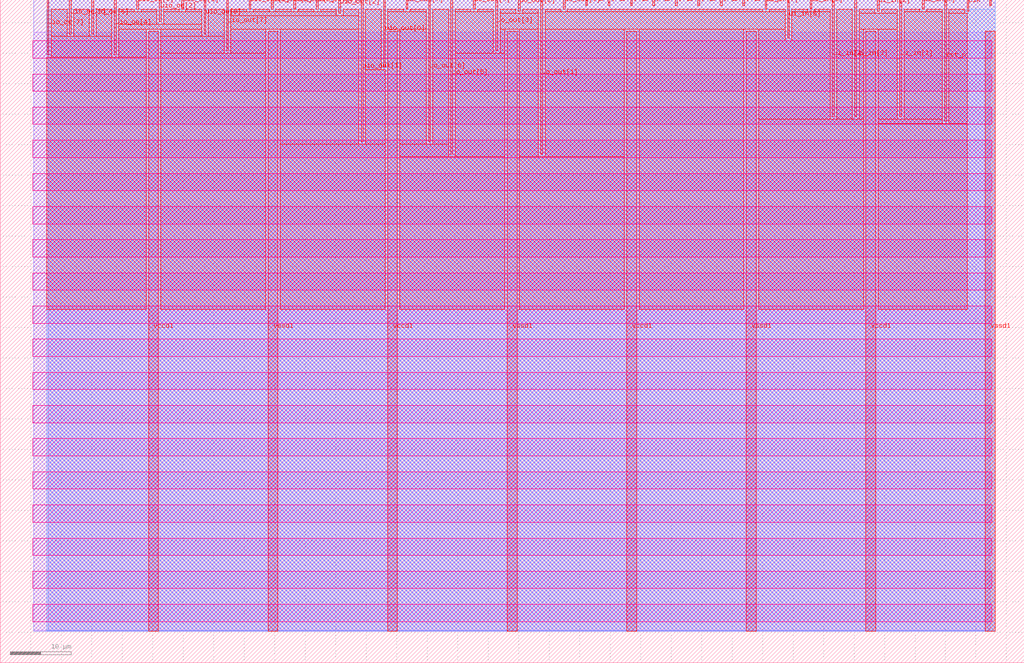
<source format=lef>
VERSION 5.7 ;
  NOWIREEXTENSIONATPIN ON ;
  DIVIDERCHAR "/" ;
  BUSBITCHARS "[]" ;
MACRO tt_um_cam
  CLASS BLOCK ;
  FOREIGN tt_um_cam ;
  ORIGIN 0.000 0.000 ;
  SIZE 167.900 BY 108.800 ;
  PIN clk
    DIRECTION INPUT ;
    USE SIGNAL ;
    PORT
      LAYER met4 ;
        RECT 158.550 106.950 158.850 108.800 ;
    END
  END clk
  PIN ena
    DIRECTION INPUT ;
    USE SIGNAL ;
    PORT
      LAYER met4 ;
        RECT 162.230 107.800 162.530 108.800 ;
    END
  END ena
  PIN rst_n
    DIRECTION INPUT ;
    USE SIGNAL ;
    PORT
      LAYER met4 ;
        RECT 154.870 88.900 155.170 108.800 ;
    END
  END rst_n
  PIN ui_in[0]
    DIRECTION INPUT ;
    USE SIGNAL ;
    PORT
      LAYER met4 ;
        RECT 151.190 107.260 151.490 108.800 ;
    END
  END ui_in[0]
  PIN ui_in[1]
    DIRECTION INPUT ;
    USE SIGNAL ;
    PORT
      LAYER met4 ;
        RECT 147.510 89.580 147.810 108.800 ;
    END
  END ui_in[1]
  PIN ui_in[2]
    DIRECTION INPUT ;
    USE SIGNAL ;
    PORT
      LAYER met4 ;
        RECT 143.830 106.950 144.130 108.800 ;
    END
  END ui_in[2]
  PIN ui_in[3]
    DIRECTION INPUT ;
    USE SIGNAL ;
    PORT
      LAYER met4 ;
        RECT 140.150 89.580 140.450 108.800 ;
    END
  END ui_in[3]
  PIN ui_in[4]
    DIRECTION INPUT ;
    USE SIGNAL ;
    PORT
      LAYER met4 ;
        RECT 136.470 89.580 136.770 108.800 ;
    END
  END ui_in[4]
  PIN ui_in[5]
    DIRECTION INPUT ;
    USE SIGNAL ;
    PORT
      LAYER met4 ;
        RECT 132.790 107.260 133.090 108.800 ;
    END
  END ui_in[5]
  PIN ui_in[6]
    DIRECTION INPUT ;
    USE SIGNAL ;
    PORT
      LAYER met4 ;
        RECT 129.110 102.500 129.410 108.800 ;
    END
  END ui_in[6]
  PIN ui_in[7]
    DIRECTION INPUT ;
    USE SIGNAL ;
    PORT
      LAYER met4 ;
        RECT 125.430 107.260 125.730 108.800 ;
    END
  END ui_in[7]
  PIN uio_in[0]
    DIRECTION INPUT ;
    USE SIGNAL ;
    PORT
      LAYER met4 ;
        RECT 121.750 107.800 122.050 108.800 ;
    END
  END uio_in[0]
  PIN uio_in[1]
    DIRECTION INPUT ;
    USE SIGNAL ;
    PORT
      LAYER met4 ;
        RECT 118.070 107.800 118.370 108.800 ;
    END
  END uio_in[1]
  PIN uio_in[2]
    DIRECTION INPUT ;
    USE SIGNAL ;
    PORT
      LAYER met4 ;
        RECT 114.390 107.800 114.690 108.800 ;
    END
  END uio_in[2]
  PIN uio_in[3]
    DIRECTION INPUT ;
    USE SIGNAL ;
    PORT
      LAYER met4 ;
        RECT 110.710 107.800 111.010 108.800 ;
    END
  END uio_in[3]
  PIN uio_in[4]
    DIRECTION INPUT ;
    USE SIGNAL ;
    PORT
      LAYER met4 ;
        RECT 107.030 107.800 107.330 108.800 ;
    END
  END uio_in[4]
  PIN uio_in[5]
    DIRECTION INPUT ;
    USE SIGNAL ;
    PORT
      LAYER met4 ;
        RECT 103.350 107.800 103.650 108.800 ;
    END
  END uio_in[5]
  PIN uio_in[6]
    DIRECTION INPUT ;
    USE SIGNAL ;
    PORT
      LAYER met4 ;
        RECT 99.670 107.800 99.970 108.800 ;
    END
  END uio_in[6]
  PIN uio_in[7]
    DIRECTION INPUT ;
    USE SIGNAL ;
    PORT
      LAYER met4 ;
        RECT 95.990 107.800 96.290 108.800 ;
    END
  END uio_in[7]
  PIN uio_oe[0]
    DIRECTION OUTPUT TRISTATE ;
    USE SIGNAL ;
    PORT
      LAYER met4 ;
        RECT 33.430 103.180 33.730 108.800 ;
    END
  END uio_oe[0]
  PIN uio_oe[1]
    DIRECTION OUTPUT TRISTATE ;
    USE SIGNAL ;
    PORT
      LAYER met4 ;
        RECT 29.750 107.260 30.050 108.800 ;
    END
  END uio_oe[1]
  PIN uio_oe[2]
    DIRECTION OUTPUT TRISTATE ;
    USE SIGNAL ;
    PORT
      LAYER met4 ;
        RECT 26.070 105.220 26.370 108.800 ;
    END
  END uio_oe[2]
  PIN uio_oe[3]
    DIRECTION OUTPUT TRISTATE ;
    USE SIGNAL ;
    PORT
      LAYER met4 ;
        RECT 22.390 107.260 22.690 108.800 ;
    END
  END uio_oe[3]
  PIN uio_oe[4]
    DIRECTION OUTPUT TRISTATE ;
    USE SIGNAL ;
    PORT
      LAYER met4 ;
        RECT 18.710 99.780 19.010 108.800 ;
    END
  END uio_oe[4]
  PIN uio_oe[5]
    DIRECTION OUTPUT TRISTATE ;
    USE SIGNAL ;
    PORT
      LAYER met4 ;
        RECT 15.030 103.180 15.330 108.800 ;
    END
  END uio_oe[5]
  PIN uio_oe[6]
    DIRECTION OUTPUT TRISTATE ;
    USE SIGNAL ;
    PORT
      LAYER met4 ;
        RECT 11.350 103.180 11.650 108.800 ;
    END
  END uio_oe[6]
  PIN uio_oe[7]
    DIRECTION OUTPUT TRISTATE ;
    USE SIGNAL ;
    PORT
      LAYER met4 ;
        RECT 7.670 99.780 7.970 108.800 ;
    END
  END uio_oe[7]
  PIN uio_out[0]
    DIRECTION OUTPUT TRISTATE ;
    USE SIGNAL ;
    PORT
      LAYER met4 ;
        RECT 62.870 97.740 63.170 108.800 ;
    END
  END uio_out[0]
  PIN uio_out[1]
    DIRECTION OUTPUT TRISTATE ;
    USE SIGNAL ;
    PORT
      LAYER met4 ;
        RECT 59.190 85.500 59.490 108.800 ;
    END
  END uio_out[1]
  PIN uio_out[2]
    DIRECTION OUTPUT TRISTATE ;
    USE SIGNAL ;
    PORT
      LAYER met4 ;
        RECT 55.510 106.580 55.810 108.800 ;
    END
  END uio_out[2]
  PIN uio_out[3]
    DIRECTION OUTPUT TRISTATE ;
    USE SIGNAL ;
    PORT
      LAYER met4 ;
        RECT 51.830 107.260 52.130 108.800 ;
    END
  END uio_out[3]
  PIN uio_out[4]
    DIRECTION OUTPUT TRISTATE ;
    USE SIGNAL ;
    PORT
      LAYER met4 ;
        RECT 48.150 107.260 48.450 108.800 ;
    END
  END uio_out[4]
  PIN uio_out[5]
    DIRECTION OUTPUT TRISTATE ;
    USE SIGNAL ;
    PORT
      LAYER met4 ;
        RECT 44.470 107.260 44.770 108.800 ;
    END
  END uio_out[5]
  PIN uio_out[6]
    DIRECTION OUTPUT TRISTATE ;
    USE SIGNAL ;
    PORT
      LAYER met4 ;
        RECT 40.790 107.260 41.090 108.800 ;
    END
  END uio_out[6]
  PIN uio_out[7]
    DIRECTION OUTPUT TRISTATE ;
    USE SIGNAL ;
    PORT
      LAYER met4 ;
        RECT 37.110 100.460 37.410 108.800 ;
    END
  END uio_out[7]
  PIN uo_out[0]
    DIRECTION OUTPUT TRISTATE ;
    USE SIGNAL ;
    PORT
      LAYER met4 ;
        RECT 92.310 107.260 92.610 108.800 ;
    END
  END uo_out[0]
  PIN uo_out[1]
    DIRECTION OUTPUT TRISTATE ;
    USE SIGNAL ;
    PORT
      LAYER met4 ;
        RECT 88.630 83.460 88.930 108.800 ;
    END
  END uo_out[1]
  PIN uo_out[2]
    DIRECTION OUTPUT TRISTATE ;
    USE SIGNAL ;
    PORT
      LAYER met4 ;
        RECT 84.950 106.950 85.250 108.800 ;
    END
  END uo_out[2]
  PIN uo_out[3]
    DIRECTION OUTPUT TRISTATE ;
    USE SIGNAL ;
    PORT
      LAYER met4 ;
        RECT 81.270 100.460 81.570 108.800 ;
    END
  END uo_out[3]
  PIN uo_out[4]
    DIRECTION OUTPUT TRISTATE ;
    USE SIGNAL ;
    PORT
      LAYER met4 ;
        RECT 77.590 107.260 77.890 108.800 ;
    END
  END uo_out[4]
  PIN uo_out[5]
    DIRECTION OUTPUT TRISTATE ;
    USE SIGNAL ;
    PORT
      LAYER met4 ;
        RECT 73.910 83.460 74.210 108.800 ;
    END
  END uo_out[5]
  PIN uo_out[6]
    DIRECTION OUTPUT TRISTATE ;
    USE SIGNAL ;
    PORT
      LAYER met4 ;
        RECT 70.230 85.500 70.530 108.800 ;
    END
  END uo_out[6]
  PIN uo_out[7]
    DIRECTION OUTPUT TRISTATE ;
    USE SIGNAL ;
    PORT
      LAYER met4 ;
        RECT 66.550 107.260 66.850 108.800 ;
    END
  END uo_out[7]
  PIN vccd1
    DIRECTION INOUT ;
    USE POWER ;
    PORT
      LAYER met4 ;
        RECT 24.325 5.200 25.925 103.600 ;
    END
    PORT
      LAYER met4 ;
        RECT 63.535 5.200 65.135 103.600 ;
    END
    PORT
      LAYER met4 ;
        RECT 102.745 5.200 104.345 103.600 ;
    END
    PORT
      LAYER met4 ;
        RECT 141.955 5.200 143.555 103.600 ;
    END
  END vccd1
  PIN vssd1
    DIRECTION INOUT ;
    USE GROUND ;
    PORT
      LAYER met4 ;
        RECT 43.930 5.200 45.530 103.600 ;
    END
    PORT
      LAYER met4 ;
        RECT 83.140 5.200 84.740 103.600 ;
    END
    PORT
      LAYER met4 ;
        RECT 122.350 5.200 123.950 103.600 ;
    END
    PORT
      LAYER met4 ;
        RECT 161.560 5.200 163.160 103.600 ;
    END
  END vssd1
  OBS
      LAYER nwell ;
        RECT 5.330 99.225 162.570 102.055 ;
        RECT 5.330 93.785 162.570 96.615 ;
        RECT 5.330 88.345 162.570 91.175 ;
        RECT 5.330 82.905 162.570 85.735 ;
        RECT 5.330 77.465 162.570 80.295 ;
        RECT 5.330 72.025 162.570 74.855 ;
        RECT 5.330 66.585 162.570 69.415 ;
        RECT 5.330 61.145 162.570 63.975 ;
        RECT 5.330 55.705 162.570 58.535 ;
        RECT 5.330 50.265 162.570 53.095 ;
        RECT 5.330 44.825 162.570 47.655 ;
        RECT 5.330 39.385 162.570 42.215 ;
        RECT 5.330 33.945 162.570 36.775 ;
        RECT 5.330 28.505 162.570 31.335 ;
        RECT 5.330 23.065 162.570 25.895 ;
        RECT 5.330 17.625 162.570 20.455 ;
        RECT 5.330 12.185 162.570 15.015 ;
        RECT 5.330 6.745 162.570 9.575 ;
      LAYER li1 ;
        RECT 5.520 5.355 162.380 103.445 ;
      LAYER met1 ;
        RECT 5.520 5.200 163.160 108.760 ;
      LAYER met2 ;
        RECT 7.910 5.255 163.130 108.790 ;
      LAYER met3 ;
        RECT 7.630 5.275 163.150 107.265 ;
      LAYER met4 ;
        RECT 8.370 102.780 10.950 107.265 ;
        RECT 12.050 102.780 14.630 107.265 ;
        RECT 15.730 102.780 18.310 107.265 ;
        RECT 8.370 99.380 18.310 102.780 ;
        RECT 19.410 106.860 21.990 107.265 ;
        RECT 23.090 106.860 25.670 107.265 ;
        RECT 19.410 104.820 25.670 106.860 ;
        RECT 26.770 106.860 29.350 107.265 ;
        RECT 30.450 106.860 33.030 107.265 ;
        RECT 26.770 104.820 33.030 106.860 ;
        RECT 19.410 104.000 33.030 104.820 ;
        RECT 19.410 99.380 23.925 104.000 ;
        RECT 7.655 57.975 23.925 99.380 ;
        RECT 26.325 102.780 33.030 104.000 ;
        RECT 34.130 102.780 36.710 107.265 ;
        RECT 26.325 100.060 36.710 102.780 ;
        RECT 37.810 106.860 40.390 107.265 ;
        RECT 41.490 106.860 44.070 107.265 ;
        RECT 45.170 106.860 47.750 107.265 ;
        RECT 48.850 106.860 51.430 107.265 ;
        RECT 52.530 106.860 55.110 107.265 ;
        RECT 37.810 106.180 55.110 106.860 ;
        RECT 56.210 106.180 58.790 107.265 ;
        RECT 37.810 104.000 58.790 106.180 ;
        RECT 37.810 100.060 43.530 104.000 ;
        RECT 26.325 57.975 43.530 100.060 ;
        RECT 45.930 85.100 58.790 104.000 ;
        RECT 59.890 97.340 62.470 107.265 ;
        RECT 63.570 106.860 66.150 107.265 ;
        RECT 67.250 106.860 69.830 107.265 ;
        RECT 63.570 104.000 69.830 106.860 ;
        RECT 59.890 85.100 63.135 97.340 ;
        RECT 45.930 57.975 63.135 85.100 ;
        RECT 65.535 85.100 69.830 104.000 ;
        RECT 70.930 85.100 73.510 107.265 ;
        RECT 65.535 83.060 73.510 85.100 ;
        RECT 74.610 106.860 77.190 107.265 ;
        RECT 78.290 106.860 80.870 107.265 ;
        RECT 74.610 100.060 80.870 106.860 ;
        RECT 81.970 106.550 84.550 107.265 ;
        RECT 85.650 106.550 88.230 107.265 ;
        RECT 81.970 104.000 88.230 106.550 ;
        RECT 81.970 100.060 82.740 104.000 ;
        RECT 74.610 83.060 82.740 100.060 ;
        RECT 65.535 57.975 82.740 83.060 ;
        RECT 85.140 83.060 88.230 104.000 ;
        RECT 89.330 106.860 91.910 107.265 ;
        RECT 93.010 106.860 125.030 107.265 ;
        RECT 126.130 106.860 128.710 107.265 ;
        RECT 89.330 104.000 128.710 106.860 ;
        RECT 89.330 83.060 102.345 104.000 ;
        RECT 85.140 57.975 102.345 83.060 ;
        RECT 104.745 57.975 121.950 104.000 ;
        RECT 124.350 102.100 128.710 104.000 ;
        RECT 129.810 106.860 132.390 107.265 ;
        RECT 133.490 106.860 136.070 107.265 ;
        RECT 129.810 102.100 136.070 106.860 ;
        RECT 124.350 89.180 136.070 102.100 ;
        RECT 137.170 89.180 139.750 107.265 ;
        RECT 140.850 106.550 143.430 107.265 ;
        RECT 144.530 106.550 147.110 107.265 ;
        RECT 140.850 104.000 147.110 106.550 ;
        RECT 140.850 89.180 141.555 104.000 ;
        RECT 124.350 57.975 141.555 89.180 ;
        RECT 143.955 89.180 147.110 104.000 ;
        RECT 148.210 106.860 150.790 107.265 ;
        RECT 151.890 106.860 154.470 107.265 ;
        RECT 148.210 89.180 154.470 106.860 ;
        RECT 143.955 88.500 154.470 89.180 ;
        RECT 155.570 106.550 158.150 107.265 ;
        RECT 155.570 88.500 158.550 106.550 ;
        RECT 143.955 57.975 158.550 88.500 ;
  END
END tt_um_cam
END LIBRARY


</source>
